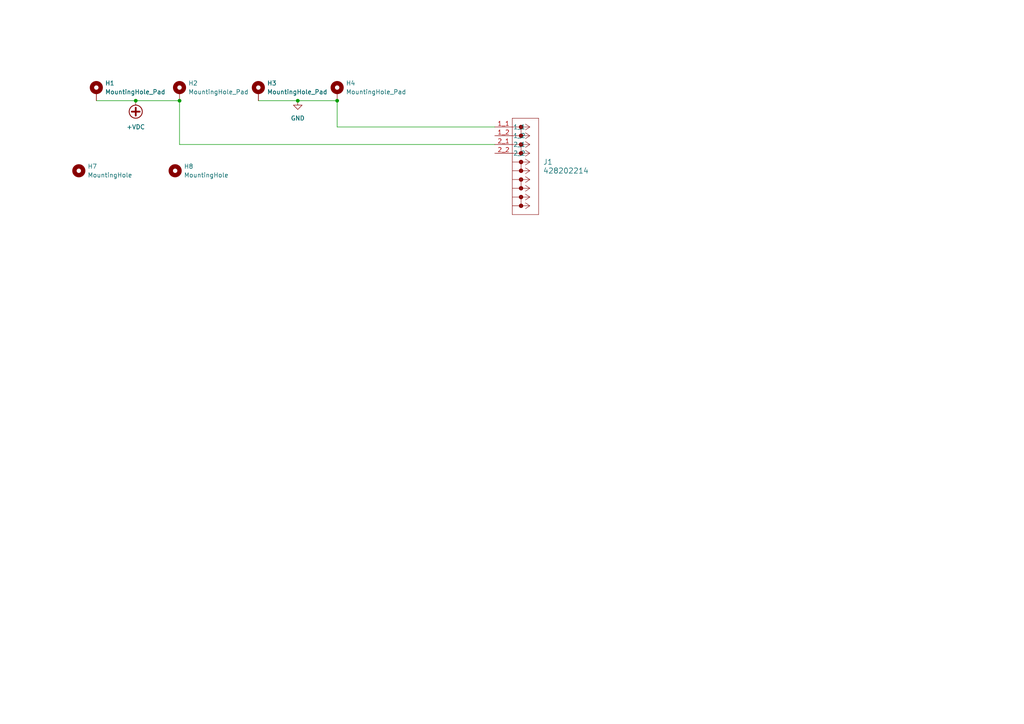
<source format=kicad_sch>
(kicad_sch (version 20250114) (generator "eeschema") (generator_version "9.0")
  (paper "A4")
  (lib_symbols
    (symbol "Mechanical:MountingHole" (pin_names (offset 1.016)) (in_bom no)
      (property "Reference" "H" (at 0 5.08 0))
      (property "Value" "MountingHole" (at 0 3.175 0))
      (symbol "MountingHole_0_1"
        (circle (center 0 0) (radius 1.27) (stroke (width 1.27)))
      )
    )
    (symbol "Mechanical:MountingHole_Pad" (pin_numbers (hide yes)) (pin_names (offset 1.016) (hide yes)) (in_bom no)
      (property "Reference" "H" (at 0 6.35 0))
      (property "Value" "MountingHole_Pad" (at 0 4.445 0))
      (symbol "MountingHole_Pad_0_1"
        (circle (center 0 1.27) (radius 1.27) (stroke (width 1.27)))
      )
      (symbol "MountingHole_Pad_1_1"
        (pin input line (at 0 -2.54 90) (length 2.54) (name "1") (number "1"))
      )
    )
    (symbol "easyeda2kicad:428202214" (pin_names (offset 0.254))
      (property "Reference" "J" (at 8.89 6.35 0))
      (property "Value" "428202214" (at 0 0 0))
      (symbol "428202214_1_1"
        (polyline (pts (xy 5.08 2.54) (xy 5.08 -25.4)) (stroke (width 0.127)))
        (polyline (pts (xy 5.08 -25.4) (xy 12.7 -25.4)) (stroke (width 0.127)))
        (polyline (pts (xy 7.62 0) (xy 7.62 -2.54)) (stroke (width 0.127)))
        (circle (center 7.62 0) (radius 0.127) (stroke (width 0.508)))
        (circle (center 7.62 -2.54) (radius 0.127) (stroke (width 0.508)))
        (polyline (pts (xy 7.62 -5.08) (xy 7.62 -7.62)) (stroke (width 0.127)))
        (circle (center 7.62 -5.08) (radius 0.127) (stroke (width 0.508)))
        (circle (center 7.62 -7.62) (radius 0.127) (stroke (width 0.508)))
        (polyline (pts (xy 7.62 -10.16) (xy 7.62 -12.7)) (stroke (width 0.127)))
        (circle (center 7.62 -10.16) (radius 0.127) (stroke (width 0.508)))
        (circle (center 7.62 -12.7) (radius 0.127) (stroke (width 0.508)))
        (polyline (pts (xy 7.62 -15.24) (xy 7.62 -17.78)) (stroke (width 0.127)))
        (circle (center 7.62 -15.24) (radius 0.127) (stroke (width 0.508)))
        (circle (center 7.62 -17.78) (radius 0.127) (stroke (width 0.508)))
        (polyline (pts (xy 7.62 -20.32) (xy 7.62 -22.86)) (stroke (width 0.127)))
        (circle (center 7.62 -20.32) (radius 0.127) (stroke (width 0.508)))
        (circle (center 7.62 -22.86) (radius 0.127) (stroke (width 0.508)))
        (polyline (pts (xy 10.16 0) (xy 5.08 0)) (stroke (width 0.127)))
        (polyline (pts (xy 10.16 0) (xy 8.89 0.8467)) (stroke (width 0.127)))
        (polyline (pts (xy 10.16 0) (xy 8.89 -0.8467)) (stroke (width 0.127)))
        (polyline (pts (xy 10.16 -2.54) (xy 5.08 -2.54)) (stroke (width 0.127)))
        (polyline (pts (xy 10.16 -2.54) (xy 8.89 -1.6933)) (stroke (width 0.127)))
        (polyline (pts (xy 10.16 -2.54) (xy 8.89 -3.3867)) (stroke (width 0.127)))
        (polyline (pts (xy 10.16 -5.08) (xy 5.08 -5.08)) (stroke (width 0.127)))
        (polyline (pts (xy 10.16 -5.08) (xy 8.89 -4.2333)) (stroke (width 0.127)))
        (polyline (pts (xy 10.16 -5.08) (xy 8.89 -5.9267)) (stroke (width 0.127)))
        (polyline (pts (xy 10.16 -7.62) (xy 5.08 -7.62)) (stroke (width 0.127)))
        (polyline (pts (xy 10.16 -7.62) (xy 8.89 -6.7733)) (stroke (width 0.127)))
        (polyline (pts (xy 10.16 -7.62) (xy 8.89 -8.4667)) (stroke (width 0.127)))
        (polyline (pts (xy 10.16 -10.16) (xy 5.08 -10.16)) (stroke (width 0.127)))
        (polyline (pts (xy 10.16 -10.16) (xy 8.89 -9.3133)) (stroke (width 0.127)))
        (polyline (pts (xy 10.16 -10.16) (xy 8.89 -11.0067)) (stroke (width 0.127)))
        (polyline (pts (xy 10.16 -12.7) (xy 5.08 -12.7)) (stroke (width 0.127)))
        (polyline (pts (xy 10.16 -12.7) (xy 8.89 -11.8533)) (stroke (width 0.127)))
        (polyline (pts (xy 10.16 -12.7) (xy 8.89 -13.5467)) (stroke (width 0.127)))
        (polyline (pts (xy 10.16 -15.24) (xy 5.08 -15.24)) (stroke (width 0.127)))
        (polyline (pts (xy 10.16 -15.24) (xy 8.89 -14.3933)) (stroke (width 0.127)))
        (polyline (pts (xy 10.16 -15.24) (xy 8.89 -16.0867)) (stroke (width 0.127)))
        (polyline (pts (xy 10.16 -17.78) (xy 5.08 -17.78)) (stroke (width 0.127)))
        (polyline (pts (xy 10.16 -17.78) (xy 8.89 -16.9333)) (stroke (width 0.127)))
        (polyline (pts (xy 10.16 -17.78) (xy 8.89 -18.6267)) (stroke (width 0.127)))
        (polyline (pts (xy 10.16 -20.32) (xy 5.08 -20.32)) (stroke (width 0.127)))
        (polyline (pts (xy 10.16 -20.32) (xy 8.89 -19.4733)) (stroke (width 0.127)))
        (polyline (pts (xy 10.16 -20.32) (xy 8.89 -21.1667)) (stroke (width 0.127)))
        (polyline (pts (xy 10.16 -22.86) (xy 5.08 -22.86)) (stroke (width 0.127)))
        (polyline (pts (xy 10.16 -22.86) (xy 8.89 -22.0133)) (stroke (width 0.127)))
        (polyline (pts (xy 10.16 -22.86) (xy 8.89 -23.7067)) (stroke (width 0.127)))
        (polyline (pts (xy 12.7 2.54) (xy 5.08 2.54)) (stroke (width 0.127)))
        (polyline (pts (xy 12.7 -25.4) (xy 12.7 2.54)) (stroke (width 0.127)))
        (pin unspecified line (at 0 0 0) (length 5.08) (name "1_1") (number "1_1"))
        (pin unspecified line (at 0 -2.54 0) (length 5.08) (name "1_2") (number "1_2"))
        (pin unspecified line (at 0 -5.08 0) (length 5.08) (name "2_1") (number "2_1"))
        (pin unspecified line (at 0 -7.62 0) (length 5.08) (name "2_2") (number "2_2"))
      )
      (symbol "428202214_1_2"
        (polyline (pts (xy 5.08 2.54) (xy 5.08 -10.16)) (stroke (width 0.127)))
        (polyline (pts (xy 5.08 -10.16) (xy 12.7 -10.16)) (stroke (width 0.127)))
        (polyline (pts (xy 6.35 0) (xy 6.35 -2.54)) (stroke (width 0.127)))
        (circle (center 6.35 0) (radius 0.127) (stroke (width 0.508)))
        (circle (center 6.35 -2.54) (radius 0.127) (stroke (width 0.508)))
        (polyline (pts (xy 6.35 -5.08) (xy 6.35 -7.62)) (stroke (width 0.127)))
        (circle (center 6.35 -5.08) (radius 0.127) (stroke (width 0.508)))
        (circle (center 6.35 -7.62) (radius 0.127) (stroke (width 0.508)))
        (polyline (pts (xy 7.62 0) (xy 5.08 0)) (stroke (width 0.127)))
        (polyline (pts (xy 7.62 0) (xy 8.89 0.8467)) (stroke (width 0.127)))
        (polyline (pts (xy 7.62 0) (xy 8.89 -0.8467)) (stroke (width 0.127)))
        (polyline (pts (xy 7.62 -2.54) (xy 5.08 -2.54)) (stroke (width 0.127)))
        (polyline (pts (xy 7.62 -2.54) (xy 8.89 -1.6933)) (stroke (width 0.127)))
        (polyline (pts (xy 7.62 -2.54) (xy 8.89 -3.3867)) (stroke (width 0.127)))
        (polyline (pts (xy 7.62 -5.08) (xy 5.08 -5.08)) (stroke (width 0.127)))
        (polyline (pts (xy 7.62 -5.08) (xy 8.89 -4.2333)) (stroke (width 0.127)))
        (polyline (pts (xy 7.62 -5.08) (xy 8.89 -5.9267)) (stroke (width 0.127)))
        (polyline (pts (xy 7.62 -7.62) (xy 5.08 -7.62)) (stroke (width 0.127)))
        (polyline (pts (xy 7.62 -7.62) (xy 8.89 -6.7733)) (stroke (width 0.127)))
        (polyline (pts (xy 7.62 -7.62) (xy 8.89 -8.4667)) (stroke (width 0.127)))
        (polyline (pts (xy 12.7 2.54) (xy 5.08 2.54)) (stroke (width 0.127)))
        (polyline (pts (xy 12.7 -10.16) (xy 12.7 2.54)) (stroke (width 0.127)))
        (pin unspecified line (at 0 0 0) (length 5.08) (name "1_1") (number "1_1"))
        (pin unspecified line (at 0 -2.54 0) (length 5.08) (name "1_2") (number "1_2"))
        (pin unspecified line (at 0 -5.08 0) (length 5.08) (name "2_1") (number "2_1"))
        (pin unspecified line (at 0 -7.62 0) (length 5.08) (name "2_2") (number "2_2"))
      )
    )
    (symbol "power:+VDC" (power) (pin_numbers (hide yes)) (pin_names (offset 0) (hide yes))
      (property "Value" "+VDC" (at 0 6.35 0))
      (symbol "+VDC_0_1"
        (polyline (pts (xy -1.143 3.175) (xy 1.143 3.175)) (stroke (width 0.508)))
        (circle (center 0 3.175) (radius 1.905) (stroke (width 0.254)))
        (polyline (pts (xy 0 2.032) (xy 0 4.318)) (stroke (width 0.508)))
        (polyline (pts (xy 0 0) (xy 0 1.27)))
      )
      (symbol "+VDC_1_1"
        (pin power_in line (at 0 0 90) (length 0) (name "~") (number "1"))
      )
    )
    (symbol "power:GND" (power) (pin_numbers (hide yes)) (pin_names (offset 0) (hide yes))
      (property "Value" "GND" (at 0 -3.81 0))
      (symbol "GND_0_1"
        (polyline (pts (xy 0 0) (xy 0 -1.27) (xy 1.27 -1.27) (xy 0 -2.54) (xy -1.27 -1.27) (xy 0 -1.27)))
      )
      (symbol "GND_1_1"
        (pin power_in line (at 0 0 270) (length 0) (name "~") (number "1"))
      )
    )
  )
  (junction (at 97.79 29.21))
  (junction (at 39.37 29.21))
  (junction (at 52.07 29.21))
  (junction (at 86.36 29.21))
  (wire (pts (xy 97.79 36.83) (xy 97.79 29.21)))
  (wire (pts (xy 143.51 36.83) (xy 97.79 36.83)))
  (wire (pts (xy 74.93 29.21) (xy 86.36 29.21)))
  (wire (pts (xy 143.51 41.91) (xy 52.07 41.91)))
  (wire (pts (xy 86.36 29.21) (xy 97.79 29.21)))
  (wire (pts (xy 39.37 29.21) (xy 52.07 29.21)))
  (wire (pts (xy 27.94 29.21) (xy 39.37 29.21)))
  (wire (pts (xy 52.07 41.91) (xy 52.07 29.21)))
  (symbol (lib_id "Mechanical:MountingHole") (at 22.86 49.53 0) (unit 1) (in_bom no)
    (property "Reference" "H7" (at 25.4 48.2599 0) (effects (justify left)))
    (property "Value" "MountingHole" (at 25.4 50.7999 0) (effects (justify left)))
    (property "Footprint" "MountingHole:MountingHole_3.5mm" (effects (hide yes)))
    (property "Description" "Mounting Hole without connection" (effects (hide yes)))
  )
  (symbol (lib_id "Mechanical:MountingHole_Pad") (at 74.93 26.67 0) (unit 1) (in_bom no)
    (property "Reference" "H3" (at 77.47 24.1299 0) (effects (justify left)))
    (property "Value" "MountingHole_Pad" (at 77.47 26.6699 0) (effects (justify left)))
    (property "Footprint" "MountingHole:MountingHole_3.5mm_Pad_Via" (effects (hide yes)))
    (property "Description" "Mounting Hole with connection" (effects (hide yes)))
  )
  (symbol (lib_id "Mechanical:MountingHole_Pad") (at 27.94 26.67 0) (unit 1) (in_bom no)
    (property "Reference" "H1" (at 30.48 24.1299 0) (effects (justify left)))
    (property "Value" "MountingHole_Pad" (at 30.48 26.6699 0) (effects (justify left)))
    (property "Footprint" "MountingHole:MountingHole_3.5mm_Pad_Via" (effects (hide yes)))
    (property "Description" "Mounting Hole with connection" (effects (hide yes)))
  )
  (symbol (lib_id "easyeda2kicad:428202214") (at 143.51 36.83 0) (unit 1)
    (property "Reference" "J1" (at 157.48 46.9899 0) (effects (font (size 1.524 1.524)) (justify left)))
    (property "Value" "428202214" (at 157.48 49.5299 0) (effects (font (size 1.524 1.524)) (justify left)))
    (property "Footprint" "CONN_SDA-42820-0002_02_RC_MOL" (effects (hide yes)))
    (property "Datasheet" "https://www.molex.com/en-us/products/part-detail-pdf/428202214?display=pdf" (effects (hide yes)))
  )
  (symbol (lib_id "power:GND") (at 86.36 29.21 0) (unit 1)
    (property "Reference" "#PWR02" (effects (hide yes)))
    (property "Value" "GND" (at 86.36 34.29 0))
    (property "Description" "Power symbol creates a global label with name \"GND\" , ground" (effects (hide yes)))
  )
  (symbol (lib_id "Mechanical:MountingHole_Pad") (at 52.07 26.67 0) (unit 1) (in_bom no)
    (property "Reference" "H2" (at 54.61 24.1299 0) (effects (justify left)))
    (property "Value" "MountingHole_Pad" (at 54.61 26.6699 0) (effects (justify left)))
    (property "Footprint" "MountingHole:MountingHole_3.5mm_Pad_Via" (effects (hide yes)))
    (property "Description" "Mounting Hole with connection" (effects (hide yes)))
  )
  (symbol (lib_id "power:+VDC") (at 39.37 29.21 180) (unit 1)
    (property "Reference" "#PWR01" (effects (hide yes)))
    (property "Value" "+VDC" (at 39.37 36.83 0))
    (property "Description" "Power symbol creates a global label with name \"+VDC\"" (effects (hide yes)))
  )
  (symbol (lib_id "Mechanical:MountingHole") (at 50.8 49.53 0) (unit 1) (in_bom no)
    (property "Reference" "H8" (at 53.34 48.2599 0) (effects (justify left)))
    (property "Value" "MountingHole" (at 53.34 50.7999 0) (effects (justify left)))
    (property "Footprint" "MountingHole:MountingHole_3.7mm" (effects (hide yes)))
    (property "Description" "Mounting Hole without connection" (effects (hide yes)))
  )
  (symbol (lib_id "Mechanical:MountingHole_Pad") (at 97.79 26.67 0) (unit 1) (in_bom no)
    (property "Reference" "H4" (at 100.33 24.1299 0) (effects (justify left)))
    (property "Value" "MountingHole_Pad" (at 100.33 26.6699 0) (effects (justify left)))
    (property "Footprint" "MountingHole:MountingHole_3.5mm_Pad_Via" (effects (hide yes)))
    (property "Description" "Mounting Hole with connection" (effects (hide yes)))
  )
)
</source>
